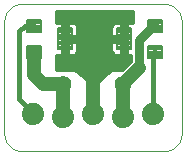
<source format=gtl>
G75*
%MOIN*%
%OFA0B0*%
%FSLAX24Y24*%
%IPPOS*%
%LPD*%
%AMOC8*
5,1,8,0,0,1.08239X$1,22.5*
%
%ADD10C,0.0000*%
%ADD11C,0.0551*%
%ADD12C,0.0740*%
%ADD13C,0.0083*%
%ADD14C,0.0071*%
%ADD15C,0.0160*%
%ADD16C,0.0157*%
%ADD17C,0.0277*%
%ADD18C,0.0472*%
%ADD19C,0.0315*%
D10*
X000679Y000733D02*
X000679Y004473D01*
X000678Y004473D02*
X000680Y004519D01*
X000685Y004565D01*
X000694Y004611D01*
X000707Y004656D01*
X000723Y004699D01*
X000742Y004741D01*
X000765Y004782D01*
X000791Y004820D01*
X000820Y004857D01*
X000851Y004891D01*
X000885Y004922D01*
X000922Y004951D01*
X000960Y004977D01*
X001001Y005000D01*
X001043Y005019D01*
X001086Y005035D01*
X001131Y005048D01*
X001177Y005057D01*
X001223Y005062D01*
X001269Y005064D01*
X005994Y005064D01*
X006040Y005062D01*
X006086Y005057D01*
X006132Y005048D01*
X006177Y005035D01*
X006220Y005019D01*
X006262Y005000D01*
X006303Y004977D01*
X006341Y004951D01*
X006378Y004922D01*
X006412Y004891D01*
X006443Y004857D01*
X006472Y004820D01*
X006498Y004782D01*
X006521Y004741D01*
X006540Y004699D01*
X006556Y004656D01*
X006569Y004611D01*
X006578Y004565D01*
X006583Y004519D01*
X006585Y004473D01*
X006584Y004473D02*
X006584Y000733D01*
X006585Y000733D02*
X006583Y000687D01*
X006578Y000641D01*
X006569Y000595D01*
X006556Y000550D01*
X006540Y000507D01*
X006521Y000465D01*
X006498Y000424D01*
X006472Y000386D01*
X006443Y000349D01*
X006412Y000315D01*
X006378Y000284D01*
X006341Y000255D01*
X006303Y000229D01*
X006262Y000206D01*
X006220Y000187D01*
X006177Y000171D01*
X006132Y000158D01*
X006086Y000149D01*
X006040Y000144D01*
X005994Y000142D01*
X005994Y000143D02*
X001269Y000143D01*
X001269Y000142D02*
X001223Y000144D01*
X001177Y000149D01*
X001131Y000158D01*
X001086Y000171D01*
X001043Y000187D01*
X001001Y000206D01*
X000960Y000229D01*
X000922Y000255D01*
X000885Y000284D01*
X000851Y000315D01*
X000820Y000349D01*
X000791Y000386D01*
X000765Y000424D01*
X000742Y000465D01*
X000723Y000507D01*
X000707Y000550D01*
X000694Y000595D01*
X000685Y000641D01*
X000680Y000687D01*
X000678Y000733D01*
D11*
X002631Y002387D03*
X004631Y002387D03*
D12*
X003631Y001374D03*
X004631Y001274D03*
X005631Y001374D03*
X002631Y001274D03*
X001631Y001374D03*
D13*
X002457Y003541D02*
X002457Y004245D01*
X002925Y004245D01*
X002925Y003541D01*
X002457Y003541D01*
X002457Y003623D02*
X002925Y003623D01*
X002925Y003705D02*
X002457Y003705D01*
X002457Y003787D02*
X002925Y003787D01*
X002925Y003869D02*
X002457Y003869D01*
X002457Y003951D02*
X002925Y003951D01*
X002925Y004033D02*
X002457Y004033D01*
X002457Y004115D02*
X002925Y004115D01*
X002925Y004197D02*
X002457Y004197D01*
X004901Y004245D02*
X004901Y003541D01*
X004433Y003541D01*
X004433Y004245D01*
X004901Y004245D01*
X004901Y003623D02*
X004433Y003623D01*
X004433Y003705D02*
X004901Y003705D01*
X004901Y003787D02*
X004433Y003787D01*
X004433Y003869D02*
X004901Y003869D01*
X004901Y003951D02*
X004433Y003951D01*
X004433Y004033D02*
X004901Y004033D01*
X004901Y004115D02*
X004433Y004115D01*
X004433Y004197D02*
X004901Y004197D01*
D14*
X005931Y004125D02*
X005931Y004527D01*
X005931Y004125D02*
X005451Y004125D01*
X005451Y004527D01*
X005931Y004527D01*
X005931Y004195D02*
X005451Y004195D01*
X005451Y004265D02*
X005931Y004265D01*
X005931Y004335D02*
X005451Y004335D01*
X005451Y004405D02*
X005931Y004405D01*
X005931Y004475D02*
X005451Y004475D01*
X005931Y003660D02*
X005931Y003258D01*
X005451Y003258D01*
X005451Y003660D01*
X005931Y003660D01*
X005931Y003328D02*
X005451Y003328D01*
X005451Y003398D02*
X005931Y003398D01*
X005931Y003468D02*
X005451Y003468D01*
X005451Y003538D02*
X005931Y003538D01*
X005931Y003608D02*
X005451Y003608D01*
X001427Y003660D02*
X001427Y003258D01*
X001427Y003660D02*
X001907Y003660D01*
X001907Y003258D01*
X001427Y003258D01*
X001427Y003328D02*
X001907Y003328D01*
X001907Y003398D02*
X001427Y003398D01*
X001427Y003468D02*
X001907Y003468D01*
X001907Y003538D02*
X001427Y003538D01*
X001427Y003608D02*
X001907Y003608D01*
X001427Y004125D02*
X001427Y004527D01*
X001907Y004527D01*
X001907Y004125D01*
X001427Y004125D01*
X001427Y004195D02*
X001907Y004195D01*
X001907Y004265D02*
X001427Y004265D01*
X001427Y004335D02*
X001907Y004335D01*
X001907Y004405D02*
X001427Y004405D01*
X001427Y004475D02*
X001907Y004475D01*
D15*
X001667Y004326D02*
X001362Y004326D01*
X001179Y004143D01*
X002691Y003893D02*
X003679Y003893D01*
X003679Y003393D01*
X003679Y003893D02*
X004667Y003893D01*
X005679Y003448D02*
X005691Y003459D01*
D16*
X005631Y003400D01*
X005631Y001374D01*
X003943Y002638D02*
X003369Y002638D01*
X003566Y002482D02*
X003775Y002482D01*
X003679Y002393D02*
X003041Y002898D01*
X002429Y002893D01*
X002429Y003320D01*
X002631Y003320D01*
X002631Y003833D01*
X002750Y003833D01*
X002750Y003952D01*
X002631Y003952D01*
X002631Y004465D01*
X002429Y004465D01*
X002429Y004788D01*
X004929Y004788D01*
X004929Y004465D01*
X004726Y004465D01*
X004726Y003952D01*
X004608Y003952D01*
X004608Y004465D01*
X004404Y004465D01*
X004348Y004450D01*
X004298Y004421D01*
X004257Y004380D01*
X004228Y004330D01*
X004213Y004274D01*
X004213Y003952D01*
X004608Y003952D01*
X004608Y003833D01*
X004726Y003833D01*
X004726Y003320D01*
X004871Y003320D01*
X004871Y003156D01*
X004610Y002895D01*
X004222Y002898D01*
X003679Y002393D01*
X004110Y002794D02*
X003172Y002794D01*
X003010Y003335D02*
X003060Y003364D01*
X003101Y003405D01*
X003130Y003455D01*
X003145Y003511D01*
X003145Y003833D01*
X002750Y003833D01*
X002750Y003320D01*
X002954Y003320D01*
X003010Y003335D01*
X003108Y003418D02*
X004249Y003418D01*
X004257Y003405D02*
X004228Y003455D01*
X004213Y003511D01*
X004213Y003833D01*
X004608Y003833D01*
X004608Y003320D01*
X004404Y003320D01*
X004348Y003335D01*
X004298Y003364D01*
X004257Y003405D01*
X004213Y003574D02*
X003145Y003574D01*
X003145Y003730D02*
X004213Y003730D01*
X004213Y004042D02*
X003145Y004042D01*
X003145Y003952D02*
X003145Y004274D01*
X003130Y004330D01*
X003101Y004380D01*
X003060Y004421D01*
X003010Y004450D01*
X002954Y004465D01*
X002750Y004465D01*
X002750Y003952D01*
X003145Y003952D01*
X003145Y004198D02*
X004213Y004198D01*
X004242Y004354D02*
X003116Y004354D01*
X002750Y004354D02*
X002631Y004354D01*
X002631Y004198D02*
X002750Y004198D01*
X002750Y004042D02*
X002631Y004042D01*
X002750Y003886D02*
X004608Y003886D01*
X004608Y004042D02*
X004726Y004042D01*
X004726Y004198D02*
X004608Y004198D01*
X004608Y004354D02*
X004726Y004354D01*
X004929Y004510D02*
X002429Y004510D01*
X002429Y004666D02*
X004929Y004666D01*
X004726Y003730D02*
X004608Y003730D01*
X004608Y003574D02*
X004726Y003574D01*
X004726Y003418D02*
X004608Y003418D01*
X004871Y003262D02*
X002429Y003262D01*
X002429Y003106D02*
X004821Y003106D01*
X004665Y002950D02*
X002429Y002950D01*
X002631Y003418D02*
X002750Y003418D01*
X002750Y003574D02*
X002631Y003574D01*
X002631Y003730D02*
X002750Y003730D01*
X001179Y004143D02*
X001179Y001889D01*
X001631Y001437D01*
X001631Y001374D01*
D17*
X002647Y003095D03*
X003041Y003095D03*
X003238Y003489D03*
X003238Y003883D03*
X003238Y004276D03*
X003041Y004670D03*
X002647Y004670D03*
X004025Y004276D03*
X004222Y004670D03*
X004616Y004670D03*
X004025Y003883D03*
X004025Y003489D03*
X004222Y003095D03*
X004616Y003095D03*
D18*
X005167Y002922D02*
X004631Y002387D01*
X004631Y001274D01*
X003631Y001374D02*
X003631Y002702D01*
X003679Y002702D01*
X003679Y003393D01*
X002631Y002387D02*
X001978Y002387D01*
X001663Y002702D01*
X001663Y003456D01*
X001667Y003459D01*
X002631Y002387D02*
X002631Y001274D01*
D19*
X005167Y002922D02*
X005167Y003843D01*
X005576Y004253D01*
X005576Y004316D01*
X005681Y004316D01*
X005691Y004326D01*
M02*

</source>
